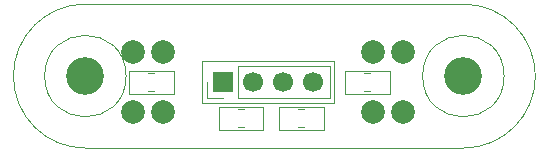
<source format=gbr>
%TF.GenerationSoftware,KiCad,Pcbnew,9.0.2*%
%TF.CreationDate,2025-05-26T20:44:28+03:00*%
%TF.ProjectId,line2,6c696e65-322e-46b6-9963-61645f706362,rev?*%
%TF.SameCoordinates,Original*%
%TF.FileFunction,Legend,Top*%
%TF.FilePolarity,Positive*%
%FSLAX46Y46*%
G04 Gerber Fmt 4.6, Leading zero omitted, Abs format (unit mm)*
G04 Created by KiCad (PCBNEW 9.0.2) date 2025-05-26 20:44:28*
%MOMM*%
%LPD*%
G01*
G04 APERTURE LIST*
%ADD10C,0.120000*%
%TA.AperFunction,ComponentPad*%
%ADD11C,2.000000*%
%TD*%
%TA.AperFunction,ComponentPad*%
%ADD12R,1.700000X1.700000*%
%TD*%
%TA.AperFunction,ComponentPad*%
%ADD13C,1.700000*%
%TD*%
%ADD14C,2.000000*%
%ADD15R,1.700000X1.700000*%
%ADD16C,1.700000*%
%ADD17C,3.200000*%
%ADD18C,0.050000*%
%TA.AperFunction,Profile*%
%ADD19C,0.050000*%
%TD*%
G04 APERTURE END LIST*
D10*
%TO.C,R4*%
X176029252Y-75973000D02*
X175506748Y-75973000D01*
X176029252Y-77443000D02*
X175506748Y-77443000D01*
%TO.C,R2*%
X170405248Y-75973000D02*
X170927752Y-75973000D01*
X170405248Y-77443000D02*
X170927752Y-77443000D01*
%TO.C,R3*%
X181617252Y-72925000D02*
X181094748Y-72925000D01*
X181617252Y-74395000D02*
X181094748Y-74395000D01*
%TO.C,J1*%
X167784000Y-75040000D02*
X167784000Y-73660000D01*
X169164000Y-75040000D02*
X167784000Y-75040000D01*
X170434000Y-72280000D02*
X178164000Y-72280000D01*
X170434000Y-75040000D02*
X170434000Y-72280000D01*
X170434000Y-75040000D02*
X178164000Y-75040000D01*
X178164000Y-75040000D02*
X178164000Y-72280000D01*
%TO.C,R1*%
X162806748Y-72925000D02*
X163329252Y-72925000D01*
X162806748Y-74395000D02*
X163329252Y-74395000D01*
%TD*%
D11*
%TO.P,U2,1,A*%
%TO.N,+5V*%
X184404000Y-76200000D03*
%TO.P,U2,2,K*%
%TO.N,Net-(U2-K)*%
X181864000Y-76200000D03*
%TO.P,U2,3*%
%TO.N,Net-(J1-Pin_3)*%
X184404000Y-71140000D03*
%TO.P,U2,4*%
%TO.N,GND*%
X181864000Y-71120000D03*
%TD*%
%TO.P,U1,1,A*%
%TO.N,+5V*%
X164084000Y-76200000D03*
%TO.P,U1,2,K*%
%TO.N,Net-(U1-K)*%
X161544000Y-76200000D03*
%TO.P,U1,3*%
%TO.N,Net-(J1-Pin_2)*%
X164084000Y-71140000D03*
%TO.P,U1,4*%
%TO.N,GND*%
X161544000Y-71120000D03*
%TD*%
D12*
%TO.P,J1,1,Pin_1*%
%TO.N,GND*%
X169164000Y-73660000D03*
D13*
%TO.P,J1,2,Pin_2*%
%TO.N,Net-(J1-Pin_2)*%
X171704000Y-73660000D03*
%TO.P,J1,3,Pin_3*%
%TO.N,Net-(J1-Pin_3)*%
X174244000Y-73660000D03*
%TO.P,J1,4,Pin_4*%
%TO.N,+5V*%
X176784000Y-73660000D03*
%TD*%
D14*
%TO.C,U2*%
X184404000Y-76200000D03*
X181864000Y-76200000D03*
X184404000Y-71140000D03*
X181864000Y-71120000D03*
%TD*%
%TO.C,U1*%
X164084000Y-76200000D03*
X161544000Y-76200000D03*
X164084000Y-71140000D03*
X161544000Y-71120000D03*
%TD*%
D15*
%TO.C,J1*%
X169164000Y-73660000D03*
D16*
X171704000Y-73660000D03*
X174244000Y-73660000D03*
X176784000Y-73660000D03*
%TD*%
D17*
%TO.C,REF\u002A\u002A*%
X189484000Y-73152000D03*
%TD*%
%TO.C,REF\u002A\u002A*%
X157480000Y-73152000D03*
%TD*%
D18*
%TO.C,R4*%
X173888000Y-75728000D02*
X177648000Y-75728000D01*
X173888000Y-77688000D02*
X173888000Y-75728000D01*
X177648000Y-75728000D02*
X177648000Y-77688000D01*
X177648000Y-77688000D02*
X173888000Y-77688000D01*
%TO.C,R2*%
X168786500Y-75728000D02*
X172546500Y-75728000D01*
X168786500Y-77688000D02*
X168786500Y-75728000D01*
X172546500Y-75728000D02*
X172546500Y-77688000D01*
X172546500Y-77688000D02*
X168786500Y-77688000D01*
%TO.C,R3*%
X179476000Y-72680000D02*
X183236000Y-72680000D01*
X179476000Y-74640000D02*
X179476000Y-72680000D01*
X183236000Y-72680000D02*
X183236000Y-74640000D01*
X183236000Y-74640000D02*
X179476000Y-74640000D01*
%TO.C,J1*%
X167394000Y-71890000D02*
X167394000Y-75430000D01*
X167394000Y-75430000D02*
X178554000Y-75430000D01*
X178554000Y-71890000D02*
X167394000Y-71890000D01*
X178554000Y-75430000D02*
X178554000Y-71890000D01*
%TO.C,REF\u002A\u002A*%
X192934000Y-73152000D02*
G75*
G02*
X186034000Y-73152000I-3450000J0D01*
G01*
X186034000Y-73152000D02*
G75*
G02*
X192934000Y-73152000I3450000J0D01*
G01*
X160930000Y-73152000D02*
G75*
G02*
X154030000Y-73152000I-3450000J0D01*
G01*
X154030000Y-73152000D02*
G75*
G02*
X160930000Y-73152000I3450000J0D01*
G01*
%TO.C,R1*%
X161188000Y-72680000D02*
X164948000Y-72680000D01*
X161188000Y-74640000D02*
X161188000Y-72680000D01*
X164948000Y-72680000D02*
X164948000Y-74640000D01*
X164948000Y-74640000D02*
X161188000Y-74640000D01*
%TD*%
D19*
X189484000Y-67056000D02*
G75*
G02*
X189484000Y-79248000I0J-6096000D01*
G01*
X157480000Y-79248000D02*
G75*
G02*
X157480000Y-67056000I0J6096000D01*
G01*
X189484000Y-79248000D02*
X157480000Y-79248000D01*
X157480000Y-67056000D02*
X189484000Y-67056000D01*
M02*

</source>
